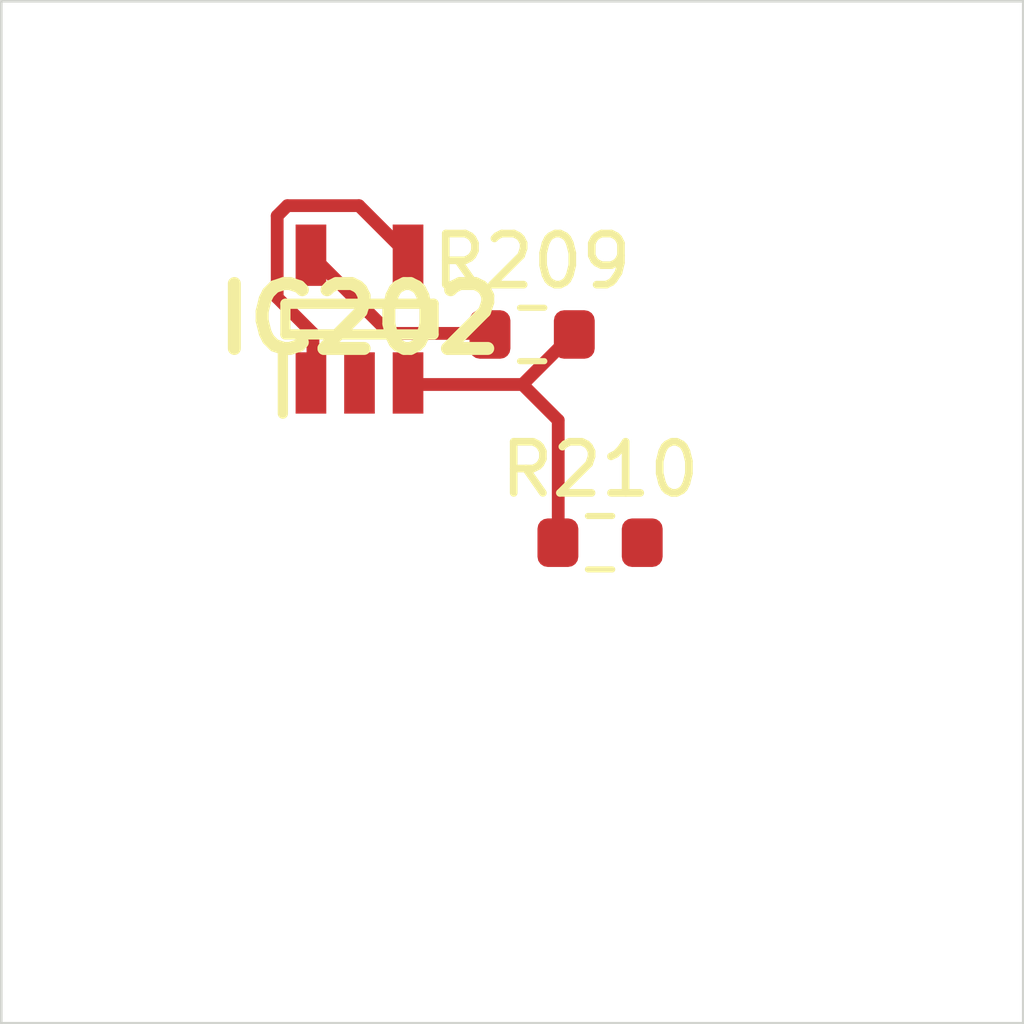
<source format=kicad_pcb>
 ( kicad_pcb  ( version 20171130 )
 ( host pcbnew 5.1.12-84ad8e8a86~92~ubuntu18.04.1 )
 ( general  ( thickness 1.6 )
 ( drawings 4 )
 ( tracks 0 )
 ( zones 0 )
 ( modules 3 )
 ( nets 5 )
)
 ( page A4 )
 ( layers  ( 0 F.Cu signal )
 ( 31 B.Cu signal )
 ( 32 B.Adhes user )
 ( 33 F.Adhes user )
 ( 34 B.Paste user )
 ( 35 F.Paste user )
 ( 36 B.SilkS user )
 ( 37 F.SilkS user )
 ( 38 B.Mask user )
 ( 39 F.Mask user )
 ( 40 Dwgs.User user )
 ( 41 Cmts.User user )
 ( 42 Eco1.User user )
 ( 43 Eco2.User user )
 ( 44 Edge.Cuts user )
 ( 45 Margin user )
 ( 46 B.CrtYd user )
 ( 47 F.CrtYd user )
 ( 48 B.Fab user )
 ( 49 F.Fab user )
)
 ( setup  ( last_trace_width 0.25 )
 ( trace_clearance 0.2 )
 ( zone_clearance 0.508 )
 ( zone_45_only no )
 ( trace_min 0.2 )
 ( via_size 0.8 )
 ( via_drill 0.4 )
 ( via_min_size 0.4 )
 ( via_min_drill 0.3 )
 ( uvia_size 0.3 )
 ( uvia_drill 0.1 )
 ( uvias_allowed no )
 ( uvia_min_size 0.2 )
 ( uvia_min_drill 0.1 )
 ( edge_width 0.05 )
 ( segment_width 0.2 )
 ( pcb_text_width 0.3 )
 ( pcb_text_size 1.5 1.5 )
 ( mod_edge_width 0.12 )
 ( mod_text_size 1 1 )
 ( mod_text_width 0.15 )
 ( pad_size 1.524 1.524 )
 ( pad_drill 0.762 )
 ( pad_to_mask_clearance 0 )
 ( aux_axis_origin 0 0 )
 ( visible_elements FFFFFF7F )
 ( pcbplotparams  ( layerselection 0x010fc_ffffffff )
 ( usegerberextensions false )
 ( usegerberattributes true )
 ( usegerberadvancedattributes true )
 ( creategerberjobfile true )
 ( excludeedgelayer true )
 ( linewidth 0.100000 )
 ( plotframeref false )
 ( viasonmask false )
 ( mode 1 )
 ( useauxorigin false )
 ( hpglpennumber 1 )
 ( hpglpenspeed 20 )
 ( hpglpendiameter 15.000000 )
 ( psnegative false )
 ( psa4output false )
 ( plotreference true )
 ( plotvalue true )
 ( plotinvisibletext false )
 ( padsonsilk false )
 ( subtractmaskfromsilk false )
 ( outputformat 1 )
 ( mirror false )
 ( drillshape 1 )
 ( scaleselection 1 )
 ( outputdirectory "" )
)
)
 ( net 0 "" )
 ( net 1 GND )
 ( net 2 VDDA )
 ( net 3 /Sheet6235D886/vp )
 ( net 4 "Net-(IC202-Pad3)" )
 ( net_class Default "This is the default net class."  ( clearance 0.2 )
 ( trace_width 0.25 )
 ( via_dia 0.8 )
 ( via_drill 0.4 )
 ( uvia_dia 0.3 )
 ( uvia_drill 0.1 )
 ( add_net /Sheet6235D886/vp )
 ( add_net GND )
 ( add_net "Net-(IC202-Pad3)" )
 ( add_net VDDA )
)
 ( module SOT95P280X145-5N locked  ( layer F.Cu )
 ( tedit 62336ED7 )
 ( tstamp 623423ED )
 ( at 87.010600 106.220000 90.000000 )
 ( descr DBV0005A )
 ( tags "Integrated Circuit" )
 ( path /6235D887/6266C08E )
 ( attr smd )
 ( fp_text reference IC202  ( at 0 0 )
 ( layer F.SilkS )
 ( effects  ( font  ( size 1.27 1.27 )
 ( thickness 0.254 )
)
)
)
 ( fp_text value TL071HIDBVR  ( at 0 0 )
 ( layer F.SilkS )
hide  ( effects  ( font  ( size 1.27 1.27 )
 ( thickness 0.254 )
)
)
)
 ( fp_line  ( start -1.85 -1.5 )
 ( end -0.65 -1.5 )
 ( layer F.SilkS )
 ( width 0.2 )
)
 ( fp_line  ( start -0.3 1.45 )
 ( end -0.3 -1.45 )
 ( layer F.SilkS )
 ( width 0.2 )
)
 ( fp_line  ( start 0.3 1.45 )
 ( end -0.3 1.45 )
 ( layer F.SilkS )
 ( width 0.2 )
)
 ( fp_line  ( start 0.3 -1.45 )
 ( end 0.3 1.45 )
 ( layer F.SilkS )
 ( width 0.2 )
)
 ( fp_line  ( start -0.3 -1.45 )
 ( end 0.3 -1.45 )
 ( layer F.SilkS )
 ( width 0.2 )
)
 ( fp_line  ( start -0.8 -0.5 )
 ( end 0.15 -1.45 )
 ( layer Dwgs.User )
 ( width 0.1 )
)
 ( fp_line  ( start -0.8 1.45 )
 ( end -0.8 -1.45 )
 ( layer Dwgs.User )
 ( width 0.1 )
)
 ( fp_line  ( start 0.8 1.45 )
 ( end -0.8 1.45 )
 ( layer Dwgs.User )
 ( width 0.1 )
)
 ( fp_line  ( start 0.8 -1.45 )
 ( end 0.8 1.45 )
 ( layer Dwgs.User )
 ( width 0.1 )
)
 ( fp_line  ( start -0.8 -1.45 )
 ( end 0.8 -1.45 )
 ( layer Dwgs.User )
 ( width 0.1 )
)
 ( fp_line  ( start -2.1 1.775 )
 ( end -2.1 -1.775 )
 ( layer Dwgs.User )
 ( width 0.05 )
)
 ( fp_line  ( start 2.1 1.775 )
 ( end -2.1 1.775 )
 ( layer Dwgs.User )
 ( width 0.05 )
)
 ( fp_line  ( start 2.1 -1.775 )
 ( end 2.1 1.775 )
 ( layer Dwgs.User )
 ( width 0.05 )
)
 ( fp_line  ( start -2.1 -1.775 )
 ( end 2.1 -1.775 )
 ( layer Dwgs.User )
 ( width 0.05 )
)
 ( pad 1 smd rect  ( at -1.25 -0.95 180.000000 )
 ( size 0.6 1.2 )
 ( layers F.Cu F.Mask F.Paste )
 ( net 3 /Sheet6235D886/vp )
)
 ( pad 2 smd rect  ( at -1.25 0 180.000000 )
 ( size 0.6 1.2 )
 ( layers F.Cu F.Mask F.Paste )
 ( net 1 GND )
)
 ( pad 3 smd rect  ( at -1.25 0.95 180.000000 )
 ( size 0.6 1.2 )
 ( layers F.Cu F.Mask F.Paste )
 ( net 4 "Net-(IC202-Pad3)" )
)
 ( pad 4 smd rect  ( at 1.25 0.95 180.000000 )
 ( size 0.6 1.2 )
 ( layers F.Cu F.Mask F.Paste )
 ( net 3 /Sheet6235D886/vp )
)
 ( pad 5 smd rect  ( at 1.25 -0.95 180.000000 )
 ( size 0.6 1.2 )
 ( layers F.Cu F.Mask F.Paste )
 ( net 2 VDDA )
)
)
 ( module Resistor_SMD:R_0603_1608Metric  ( layer F.Cu )
 ( tedit 5F68FEEE )
 ( tstamp 62342595 )
 ( at 90.389600 106.521000 )
 ( descr "Resistor SMD 0603 (1608 Metric), square (rectangular) end terminal, IPC_7351 nominal, (Body size source: IPC-SM-782 page 72, https://www.pcb-3d.com/wordpress/wp-content/uploads/ipc-sm-782a_amendment_1_and_2.pdf), generated with kicad-footprint-generator" )
 ( tags resistor )
 ( path /6235D887/623CDBD9 )
 ( attr smd )
 ( fp_text reference R209  ( at 0 -1.43 )
 ( layer F.SilkS )
 ( effects  ( font  ( size 1 1 )
 ( thickness 0.15 )
)
)
)
 ( fp_text value 100k  ( at 0 1.43 )
 ( layer F.Fab )
 ( effects  ( font  ( size 1 1 )
 ( thickness 0.15 )
)
)
)
 ( fp_line  ( start -0.8 0.4125 )
 ( end -0.8 -0.4125 )
 ( layer F.Fab )
 ( width 0.1 )
)
 ( fp_line  ( start -0.8 -0.4125 )
 ( end 0.8 -0.4125 )
 ( layer F.Fab )
 ( width 0.1 )
)
 ( fp_line  ( start 0.8 -0.4125 )
 ( end 0.8 0.4125 )
 ( layer F.Fab )
 ( width 0.1 )
)
 ( fp_line  ( start 0.8 0.4125 )
 ( end -0.8 0.4125 )
 ( layer F.Fab )
 ( width 0.1 )
)
 ( fp_line  ( start -0.237258 -0.5225 )
 ( end 0.237258 -0.5225 )
 ( layer F.SilkS )
 ( width 0.12 )
)
 ( fp_line  ( start -0.237258 0.5225 )
 ( end 0.237258 0.5225 )
 ( layer F.SilkS )
 ( width 0.12 )
)
 ( fp_line  ( start -1.48 0.73 )
 ( end -1.48 -0.73 )
 ( layer F.CrtYd )
 ( width 0.05 )
)
 ( fp_line  ( start -1.48 -0.73 )
 ( end 1.48 -0.73 )
 ( layer F.CrtYd )
 ( width 0.05 )
)
 ( fp_line  ( start 1.48 -0.73 )
 ( end 1.48 0.73 )
 ( layer F.CrtYd )
 ( width 0.05 )
)
 ( fp_line  ( start 1.48 0.73 )
 ( end -1.48 0.73 )
 ( layer F.CrtYd )
 ( width 0.05 )
)
 ( fp_text user %R  ( at 0 0 )
 ( layer F.Fab )
 ( effects  ( font  ( size 0.4 0.4 )
 ( thickness 0.06 )
)
)
)
 ( pad 1 smd roundrect  ( at -0.825 0 )
 ( size 0.8 0.95 )
 ( layers F.Cu F.Mask F.Paste )
 ( roundrect_rratio 0.25 )
 ( net 2 VDDA )
)
 ( pad 2 smd roundrect  ( at 0.825 0 )
 ( size 0.8 0.95 )
 ( layers F.Cu F.Mask F.Paste )
 ( roundrect_rratio 0.25 )
 ( net 4 "Net-(IC202-Pad3)" )
)
 ( model ${KISYS3DMOD}/Resistor_SMD.3dshapes/R_0603_1608Metric.wrl  ( at  ( xyz 0 0 0 )
)
 ( scale  ( xyz 1 1 1 )
)
 ( rotate  ( xyz 0 0 0 )
)
)
)
 ( module Resistor_SMD:R_0603_1608Metric  ( layer F.Cu )
 ( tedit 5F68FEEE )
 ( tstamp 623425A6 )
 ( at 91.718900 110.596000 )
 ( descr "Resistor SMD 0603 (1608 Metric), square (rectangular) end terminal, IPC_7351 nominal, (Body size source: IPC-SM-782 page 72, https://www.pcb-3d.com/wordpress/wp-content/uploads/ipc-sm-782a_amendment_1_and_2.pdf), generated with kicad-footprint-generator" )
 ( tags resistor )
 ( path /6235D887/623CDBDF )
 ( attr smd )
 ( fp_text reference R210  ( at 0 -1.43 )
 ( layer F.SilkS )
 ( effects  ( font  ( size 1 1 )
 ( thickness 0.15 )
)
)
)
 ( fp_text value 100k  ( at 0 1.43 )
 ( layer F.Fab )
 ( effects  ( font  ( size 1 1 )
 ( thickness 0.15 )
)
)
)
 ( fp_line  ( start 1.48 0.73 )
 ( end -1.48 0.73 )
 ( layer F.CrtYd )
 ( width 0.05 )
)
 ( fp_line  ( start 1.48 -0.73 )
 ( end 1.48 0.73 )
 ( layer F.CrtYd )
 ( width 0.05 )
)
 ( fp_line  ( start -1.48 -0.73 )
 ( end 1.48 -0.73 )
 ( layer F.CrtYd )
 ( width 0.05 )
)
 ( fp_line  ( start -1.48 0.73 )
 ( end -1.48 -0.73 )
 ( layer F.CrtYd )
 ( width 0.05 )
)
 ( fp_line  ( start -0.237258 0.5225 )
 ( end 0.237258 0.5225 )
 ( layer F.SilkS )
 ( width 0.12 )
)
 ( fp_line  ( start -0.237258 -0.5225 )
 ( end 0.237258 -0.5225 )
 ( layer F.SilkS )
 ( width 0.12 )
)
 ( fp_line  ( start 0.8 0.4125 )
 ( end -0.8 0.4125 )
 ( layer F.Fab )
 ( width 0.1 )
)
 ( fp_line  ( start 0.8 -0.4125 )
 ( end 0.8 0.4125 )
 ( layer F.Fab )
 ( width 0.1 )
)
 ( fp_line  ( start -0.8 -0.4125 )
 ( end 0.8 -0.4125 )
 ( layer F.Fab )
 ( width 0.1 )
)
 ( fp_line  ( start -0.8 0.4125 )
 ( end -0.8 -0.4125 )
 ( layer F.Fab )
 ( width 0.1 )
)
 ( fp_text user %R  ( at 0 0 )
 ( layer F.Fab )
 ( effects  ( font  ( size 0.4 0.4 )
 ( thickness 0.06 )
)
)
)
 ( pad 2 smd roundrect  ( at 0.825 0 )
 ( size 0.8 0.95 )
 ( layers F.Cu F.Mask F.Paste )
 ( roundrect_rratio 0.25 )
 ( net 1 GND )
)
 ( pad 1 smd roundrect  ( at -0.825 0 )
 ( size 0.8 0.95 )
 ( layers F.Cu F.Mask F.Paste )
 ( roundrect_rratio 0.25 )
 ( net 4 "Net-(IC202-Pad3)" )
)
 ( model ${KISYS3DMOD}/Resistor_SMD.3dshapes/R_0603_1608Metric.wrl  ( at  ( xyz 0 0 0 )
)
 ( scale  ( xyz 1 1 1 )
)
 ( rotate  ( xyz 0 0 0 )
)
)
)
 ( gr_line  ( start 100 100 )
 ( end 100 120 )
 ( layer Edge.Cuts )
 ( width 0.05 )
 ( tstamp 62E770C4 )
)
 ( gr_line  ( start 80 120 )
 ( end 100 120 )
 ( layer Edge.Cuts )
 ( width 0.05 )
 ( tstamp 62E770C0 )
)
 ( gr_line  ( start 80 100 )
 ( end 100 100 )
 ( layer Edge.Cuts )
 ( width 0.05 )
 ( tstamp 6234110C )
)
 ( gr_line  ( start 80 100 )
 ( end 80 120 )
 ( layer Edge.Cuts )
 ( width 0.05 )
)
 ( segment  ( start 89.600001 106.500002 )
 ( end 87.600001 106.500002 )
 ( width 0.250000 )
 ( layer F.Cu )
 ( net 2 )
)
 ( segment  ( start 87.600001 106.500002 )
 ( end 86.100001 105.000002 )
 ( width 0.250000 )
 ( layer F.Cu )
 ( net 2 )
)
 ( segment  ( start 88.000001 105.000002 )
 ( end 87.000001 104.000002 )
 ( width 0.250000 )
 ( layer F.Cu )
 ( net 3 )
)
 ( segment  ( start 87.000001 104.000002 )
 ( end 85.600001 104.000002 )
 ( width 0.250000 )
 ( layer F.Cu )
 ( net 3 )
)
 ( segment  ( start 85.600001 104.000002 )
 ( end 85.400001 104.200002 )
 ( width 0.250000 )
 ( layer F.Cu )
 ( net 3 )
)
 ( segment  ( start 85.400001 104.200002 )
 ( end 85.400001 105.800002 )
 ( width 0.250000 )
 ( layer F.Cu )
 ( net 3 )
)
 ( segment  ( start 85.400001 105.800002 )
 ( end 86.100001 106.500002 )
 ( width 0.250000 )
 ( layer F.Cu )
 ( net 3 )
)
 ( segment  ( start 86.100001 106.500002 )
 ( end 86.100001 107.500002 )
 ( width 0.250000 )
 ( layer F.Cu )
 ( net 3 )
)
 ( segment  ( start 91.200001 106.500002 )
 ( end 90.200001 107.500002 )
 ( width 0.250000 )
 ( layer F.Cu )
 ( net 4 )
)
 ( segment  ( start 90.200001 107.500002 )
 ( end 88.000001 107.500002 )
 ( width 0.250000 )
 ( layer F.Cu )
 ( net 4 )
)
 ( segment  ( start 90.900001 110.600002 )
 ( end 90.900001 108.200002 )
 ( width 0.250000 )
 ( layer F.Cu )
 ( net 4 )
)
 ( segment  ( start 90.900001 108.200002 )
 ( end 90.200001 107.500002 )
 ( width 0.250000 )
 ( layer F.Cu )
 ( net 4 )
)
)

</source>
